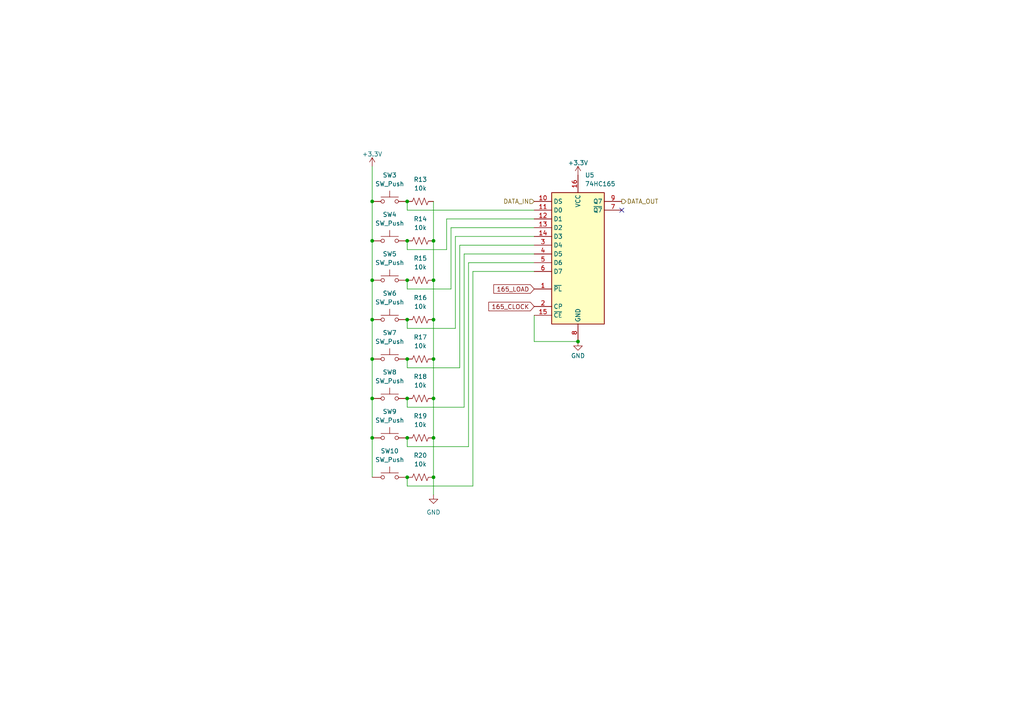
<source format=kicad_sch>
(kicad_sch (version 20230121) (generator eeschema)
  (paper "A4")
  (lib_symbols
    (symbol "74xx:74HC165"
      (property "Reference" "U" (at -7.62 19.05 0))
      (property "Value" "74HC165" (at -7.62 -21.59 0))
      (symbol "74HC165_1_0"
        (pin input line (at -12.7 -10.16 0) (length 5.08) (name "~{PL}") (number "1"))
        (pin input line (at -12.7 15.24 0) (length 5.08) (name "DS") (number "10"))
        (pin input line (at -12.7 12.7 0) (length 5.08) (name "D0") (number "11"))
        (pin input line (at -12.7 10.16 0) (length 5.08) (name "D1") (number "12"))
        (pin input line (at -12.7 7.62 0) (length 5.08) (name "D2") (number "13"))
        (pin input line (at -12.7 5.08 0) (length 5.08) (name "D3") (number "14"))
        (pin input line (at -12.7 -17.78 0) (length 5.08) (name "~{CE}") (number "15"))
        (pin power_in line (at 0 22.86 270) (length 5.08) (name "VCC") (number "16"))
        (pin input line (at -12.7 -15.24 0) (length 5.08) (name "CP") (number "2"))
        (pin input line (at -12.7 2.54 0) (length 5.08) (name "D4") (number "3"))
        (pin input line (at -12.7 0 0) (length 5.08) (name "D5") (number "4"))
        (pin input line (at -12.7 -2.54 0) (length 5.08) (name "D6") (number "5"))
        (pin input line (at -12.7 -5.08 0) (length 5.08) (name "D7") (number "6"))
        (pin output line (at 12.7 12.7 180) (length 5.08) (name "~{Q7}") (number "7"))
        (pin power_in line (at 0 -25.4 90) (length 5.08) (name "GND") (number "8"))
        (pin output line (at 12.7 15.24 180) (length 5.08) (name "Q7") (number "9"))
      )
      (symbol "74HC165_1_1"
        (rectangle (start -7.62 17.78) (end 7.62 -20.32) (stroke (width 0.254)) (fill (type background)))
      )
    )
    (symbol "Device:R_US" (pin_numbers hide) (pin_names (offset 0))
      (property "Reference" "R" (at 2.54 0 90))
      (property "Value" "R_US" (at -2.54 0 90))
      (symbol "R_US_0_1"
        (polyline (pts (xy 0 -2.286) (xy 0 -2.54)))
        (polyline (pts (xy 0 2.286) (xy 0 2.54)))
        (polyline (pts (xy 0 -0.762) (xy 1.016 -1.143) (xy 0 -1.524) (xy -1.016 -1.905) (xy 0 -2.286)))
        (polyline (pts (xy 0 0.762) (xy 1.016 0.381) (xy 0 0) (xy -1.016 -0.381) (xy 0 -0.762)))
        (polyline (pts (xy 0 2.286) (xy 1.016 1.905) (xy 0 1.524) (xy -1.016 1.143) (xy 0 0.762)))
      )
      (symbol "R_US_1_1"
        (pin passive line (at 0 3.81 270) (length 1.27) (name "~") (number "1"))
        (pin passive line (at 0 -3.81 90) (length 1.27) (name "~") (number "2"))
      )
    )
    (symbol "Switch:SW_Push" (pin_numbers hide) (pin_names (offset 1.016) hide)
      (property "Reference" "SW" (at 1.27 2.54 0))
      (property "Value" "SW_Push" (at 0 -1.524 0))
      (symbol "SW_Push_0_1"
        (circle (center -2.032 0) (radius 0.508))
        (polyline (pts (xy 0 1.27) (xy 0 3.048)))
        (polyline (pts (xy 2.54 1.27) (xy -2.54 1.27)))
        (circle (center 2.032 0) (radius 0.508))
        (pin passive line (at -5.08 0 0) (length 2.54) (name "1") (number "1"))
        (pin passive line (at 5.08 0 180) (length 2.54) (name "2") (number "2"))
      )
    )
    (symbol "power:+3.3V" (power) (pin_names (offset 0))
      (property "Value" "+3.3V" (at 0 3.556 0))
      (symbol "+3.3V_0_1"
        (polyline (pts (xy -0.762 1.27) (xy 0 2.54)))
        (polyline (pts (xy 0 0) (xy 0 2.54)))
        (polyline (pts (xy 0 2.54) (xy 0.762 1.27)))
      )
      (symbol "+3.3V_1_1"
        (pin power_in line (at 0 0 90) (length 0) hide (name "+3.3V") (number "1"))
      )
    )
    (symbol "power:GND" (power) (pin_names (offset 0))
      (property "Value" "GND" (at 0 -3.81 0))
      (symbol "GND_0_1"
        (polyline (pts (xy 0 0) (xy 0 -1.27) (xy 1.27 -1.27) (xy 0 -2.54) (xy -1.27 -1.27) (xy 0 -1.27)))
      )
      (symbol "GND_1_1"
        (pin power_in line (at 0 0 270) (length 0) hide (name "GND") (number "1"))
      )
    )
  )
  (junction (at 118.11 138.43))
  (junction (at 118.11 69.85))
  (junction (at 118.11 127))
  (junction (at 107.95 69.85))
  (junction (at 125.73 69.85))
  (junction (at 107.95 81.28))
  (junction (at 118.11 92.71))
  (junction (at 107.95 104.14))
  (junction (at 125.73 104.14))
  (junction (at 167.64 99.06))
  (junction (at 118.11 104.14))
  (junction (at 125.73 81.28))
  (junction (at 125.73 92.71))
  (junction (at 107.95 115.57))
  (junction (at 118.11 58.42))
  (junction (at 125.73 138.43))
  (junction (at 107.95 127))
  (junction (at 107.95 58.42))
  (junction (at 118.11 115.57))
  (junction (at 107.95 92.71))
  (junction (at 118.11 81.28))
  (junction (at 125.73 127))
  (junction (at 125.73 115.57))
  (no_connect (at 180.34 60.96))
  (wire (pts (xy 135.89 129.54) (xy 135.89 76.2)))
  (wire (pts (xy 133.35 71.12) (xy 154.94 71.12)))
  (wire (pts (xy 125.73 138.43) (xy 125.73 143.51)))
  (wire (pts (xy 125.73 127) (xy 125.73 138.43)))
  (wire (pts (xy 118.11 129.54) (xy 135.89 129.54)))
  (wire (pts (xy 107.95 104.14) (xy 107.95 115.57)))
  (wire (pts (xy 125.73 58.42) (xy 125.73 69.85)))
  (wire (pts (xy 118.11 115.57) (xy 118.11 118.11)))
  (wire (pts (xy 137.16 78.74) (xy 154.94 78.74)))
  (wire (pts (xy 125.73 69.85) (xy 125.73 81.28)))
  (wire (pts (xy 129.54 72.39) (xy 129.54 63.5)))
  (wire (pts (xy 125.73 104.14) (xy 125.73 115.57)))
  (wire (pts (xy 133.35 106.68) (xy 133.35 71.12)))
  (wire (pts (xy 154.94 91.44) (xy 154.94 99.06)))
  (wire (pts (xy 132.08 95.25) (xy 132.08 68.58)))
  (wire (pts (xy 130.81 66.04) (xy 130.81 83.82)))
  (wire (pts (xy 134.62 118.11) (xy 134.62 73.66)))
  (wire (pts (xy 107.95 115.57) (xy 107.95 127)))
  (wire (pts (xy 118.11 106.68) (xy 133.35 106.68)))
  (wire (pts (xy 137.16 140.97) (xy 137.16 78.74)))
  (wire (pts (xy 125.73 92.71) (xy 125.73 104.14)))
  (wire (pts (xy 118.11 127) (xy 118.11 129.54)))
  (wire (pts (xy 118.11 60.96) (xy 154.94 60.96)))
  (wire (pts (xy 107.95 48.26) (xy 107.95 58.42)))
  (wire (pts (xy 154.94 66.04) (xy 130.81 66.04)))
  (wire (pts (xy 132.08 68.58) (xy 154.94 68.58)))
  (wire (pts (xy 118.11 104.14) (xy 118.11 106.68)))
  (wire (pts (xy 118.11 72.39) (xy 129.54 72.39)))
  (wire (pts (xy 118.11 69.85) (xy 118.11 72.39)))
  (wire (pts (xy 118.11 95.25) (xy 132.08 95.25)))
  (wire (pts (xy 107.95 69.85) (xy 107.95 81.28)))
  (wire (pts (xy 107.95 58.42) (xy 107.95 69.85)))
  (wire (pts (xy 125.73 115.57) (xy 125.73 127)))
  (wire (pts (xy 118.11 92.71) (xy 118.11 95.25)))
  (wire (pts (xy 134.62 73.66) (xy 154.94 73.66)))
  (wire (pts (xy 107.95 92.71) (xy 107.95 104.14)))
  (wire (pts (xy 118.11 118.11) (xy 134.62 118.11)))
  (wire (pts (xy 118.11 58.42) (xy 118.11 60.96)))
  (wire (pts (xy 107.95 81.28) (xy 107.95 92.71)))
  (wire (pts (xy 130.81 83.82) (xy 118.11 83.82)))
  (wire (pts (xy 135.89 76.2) (xy 154.94 76.2)))
  (wire (pts (xy 118.11 140.97) (xy 137.16 140.97)))
  (wire (pts (xy 118.11 138.43) (xy 118.11 140.97)))
  (wire (pts (xy 107.95 127) (xy 107.95 138.43)))
  (wire (pts (xy 125.73 81.28) (xy 125.73 92.71)))
  (wire (pts (xy 118.11 83.82) (xy 118.11 81.28)))
  (wire (pts (xy 129.54 63.5) (xy 154.94 63.5)))
  (wire (pts (xy 154.94 99.06) (xy 167.64 99.06)))
  (global_label "165_CLOCK" (shape input) (at 154.94 88.9 180) (property "Intersheetrefs" "${INTERSHEET_REFS}" (effects hide)))
  (global_label "165_LOAD" (shape input) (at 154.94 83.82 180) (property "Intersheetrefs" "${INTERSHEET_REFS}" (effects hide)))
  (hierarchical_label "DATA_IN" (shape input) (at 154.94 58.42 180))
  (hierarchical_label "DATA_OUT" (shape output) (at 180.34 58.42 0))
  (symbol (lib_id "Switch:SW_Push") (at 113.03 115.57 0) (unit 1)
    (property "Reference" "SW8" (at 113.03 107.95 0))
    (property "Value" "SW_Push" (at 113.03 110.49 0))
    (property "Footprint" "Button_Switch_THT:SW_PUSH_6mm" (effects hide))
    (instances (project "dk2_01" (path "" (reference "SW8") (unit 1)) (path "" (reference "SW16") (unit 1))))
  )
  (symbol (lib_id "74xx:74HC165") (at 167.64 73.66 0) (unit 1)
    (property "Reference" "U5" (at 169.6594 50.8 0) (effects (justify left)))
    (property "Value" "74HC165" (at 169.6594 53.34 0) (effects (justify left)))
    (property "Footprint" "Package_SO:SOIC-16_3.9x9.9mm_P1.27mm" (effects hide))
    (property "Datasheet" "https://assets.nexperia.com/documents/data-sheet/74HC_HCT165.pdf" (effects hide))
    (instances (project "dk2_01" (path "" (reference "U5") (unit 1)) (path "" (reference "U6") (unit 1))))
  )
  (symbol (lib_id "Device:R_US") (at 121.92 92.71 90) (unit 1)
    (property "Reference" "R16" (at 121.92 86.36 90))
    (property "Value" "10k" (at 121.92 88.9 90))
    (property "Footprint" "Resistor_SMD:R_0603_1608Metric" (effects hide))
    (instances (project "dk2_01" (path "" (reference "R16") (unit 1)) (path "" (reference "R24") (unit 1))))
  )
  (symbol (lib_id "Switch:SW_Push") (at 113.03 81.28 0) (unit 1)
    (property "Reference" "SW5" (at 113.03 73.66 0))
    (property "Value" "SW_Push" (at 113.03 76.2 0))
    (property "Footprint" "Button_Switch_THT:SW_PUSH_6mm" (effects hide))
    (instances (project "dk2_01" (path "" (reference "SW5") (unit 1)) (path "" (reference "SW13") (unit 1))))
  )
  (symbol (lib_id "Device:R_US") (at 121.92 69.85 90) (unit 1)
    (property "Reference" "R14" (at 121.92 63.5 90))
    (property "Value" "10k" (at 121.92 66.04 90))
    (property "Footprint" "Resistor_SMD:R_0603_1608Metric" (effects hide))
    (instances (project "dk2_01" (path "" (reference "R14") (unit 1)) (path "" (reference "R22") (unit 1))))
  )
  (symbol (lib_id "Switch:SW_Push") (at 113.03 92.71 0) (unit 1)
    (property "Reference" "SW6" (at 113.03 85.09 0))
    (property "Value" "SW_Push" (at 113.03 87.63 0))
    (property "Footprint" "Button_Switch_THT:SW_PUSH_6mm" (effects hide))
    (instances (project "dk2_01" (path "" (reference "SW6") (unit 1)) (path "" (reference "SW14") (unit 1))))
  )
  (symbol (lib_id "Device:R_US") (at 121.92 58.42 90) (unit 1)
    (property "Reference" "R13" (at 121.92 52.07 90))
    (property "Value" "10k" (at 121.92 54.61 90))
    (property "Footprint" "Resistor_SMD:R_0603_1608Metric" (effects hide))
    (instances (project "dk2_01" (path "" (reference "R13") (unit 1)) (path "" (reference "R21") (unit 1))))
  )
  (symbol (lib_id "Switch:SW_Push") (at 113.03 69.85 0) (unit 1)
    (property "Reference" "SW4" (at 113.03 62.23 0))
    (property "Value" "SW_Push" (at 113.03 64.77 0))
    (property "Footprint" "Button_Switch_THT:SW_PUSH_6mm" (effects hide))
    (instances (project "dk2_01" (path "" (reference "SW4") (unit 1)) (path "" (reference "SW12") (unit 1))))
  )
  (symbol (lib_id "power:+3.3V") (at 107.95 48.26 0) (unit 1)
    (property "Reference" "#PWR015" (effects hide))
    (property "Value" "+3.3V" (at 107.95 44.704 0))
    (instances (project "dk2_01" (path "" (reference "#PWR015") (unit 1)) (path "" (reference "#PWR019") (unit 1))))
  )
  (symbol (lib_id "Device:R_US") (at 121.92 81.28 90) (unit 1)
    (property "Reference" "R15" (at 121.92 74.93 90))
    (property "Value" "10k" (at 121.92 77.47 90))
    (property "Footprint" "Resistor_SMD:R_0603_1608Metric" (effects hide))
    (instances (project "dk2_01" (path "" (reference "R15") (unit 1)) (path "" (reference "R23") (unit 1))))
  )
  (symbol (lib_id "power:GND") (at 125.73 143.51 0) (unit 1)
    (property "Reference" "#PWR016" (effects hide))
    (property "Value" "GND" (at 125.73 148.59 0))
    (instances (project "dk2_01" (path "" (reference "#PWR016") (unit 1)) (path "" (reference "#PWR020") (unit 1))))
  )
  (symbol (lib_id "Switch:SW_Push") (at 113.03 104.14 0) (unit 1)
    (property "Reference" "SW7" (at 113.03 96.52 0))
    (property "Value" "SW_Push" (at 113.03 99.06 0))
    (property "Footprint" "Button_Switch_THT:SW_PUSH_6mm" (effects hide))
    (instances (project "dk2_01" (path "" (reference "SW7") (unit 1)) (path "" (reference "SW15") (unit 1))))
  )
  (symbol (lib_id "Switch:SW_Push") (at 113.03 138.43 0) (unit 1)
    (property "Reference" "SW10" (at 113.03 130.81 0))
    (property "Value" "SW_Push" (at 113.03 133.35 0))
    (property "Footprint" "Button_Switch_THT:SW_PUSH_6mm" (effects hide))
    (instances (project "dk2_01" (path "" (reference "SW10") (unit 1)) (path "" (reference "SW18") (unit 1))))
  )
  (symbol (lib_id "Device:R_US") (at 121.92 127 90) (unit 1)
    (property "Reference" "R19" (at 121.92 120.65 90))
    (property "Value" "10k" (at 121.92 123.19 90))
    (property "Footprint" "Resistor_SMD:R_0603_1608Metric" (effects hide))
    (instances (project "dk2_01" (path "" (reference "R19") (unit 1)) (path "" (reference "R27") (unit 1))))
  )
  (symbol (lib_id "power:+3.3V") (at 167.64 50.8 0) (unit 1)
    (property "Reference" "#PWR?" (effects hide))
    (property "Value" "+3.3V" (at 167.64 47.244 0))
    (instances (project "dk2_01" (path "" (reference "#PWR?") (unit 1)) (path "" (reference "#PWR017") (unit 1)) (path "" (reference "#PWR021") (unit 1))))
  )
  (symbol (lib_id "Switch:SW_Push") (at 113.03 127 0) (unit 1)
    (property "Reference" "SW9" (at 113.03 119.38 0))
    (property "Value" "SW_Push" (at 113.03 121.92 0))
    (property "Footprint" "Button_Switch_THT:SW_PUSH_6mm" (effects hide))
    (instances (project "dk2_01" (path "" (reference "SW9") (unit 1)) (path "" (reference "SW17") (unit 1))))
  )
  (symbol (lib_id "Device:R_US") (at 121.92 115.57 90) (unit 1)
    (property "Reference" "R18" (at 121.92 109.22 90))
    (property "Value" "10k" (at 121.92 111.76 90))
    (property "Footprint" "Resistor_SMD:R_0603_1608Metric" (effects hide))
    (instances (project "dk2_01" (path "" (reference "R18") (unit 1)) (path "" (reference "R26") (unit 1))))
  )
  (symbol (lib_id "power:GND") (at 167.64 99.06 0) (unit 1)
    (property "Reference" "#PWR018" (effects hide))
    (property "Value" "GND" (at 167.64 103.1955 0))
    (instances (project "dk2_01" (path "" (reference "#PWR018") (unit 1)) (path "" (reference "#PWR022") (unit 1))))
  )
  (symbol (lib_id "Device:R_US") (at 121.92 138.43 90) (unit 1)
    (property "Reference" "R20" (at 121.92 132.08 90))
    (property "Value" "10k" (at 121.92 134.62 90))
    (property "Footprint" "Resistor_SMD:R_0603_1608Metric" (effects hide))
    (instances (project "dk2_01" (path "" (reference "R20") (unit 1)) (path "" (reference "R28") (unit 1))))
  )
  (symbol (lib_id "Device:R_US") (at 121.92 104.14 90) (unit 1)
    (property "Reference" "R17" (at 121.92 97.79 90))
    (property "Value" "10k" (at 121.92 100.33 90))
    (property "Footprint" "Resistor_SMD:R_0603_1608Metric" (effects hide))
    (instances (project "dk2_01" (path "" (reference "R17") (unit 1)) (path "" (reference "R25") (unit 1))))
  )
  (symbol (lib_id "Switch:SW_Push") (at 113.03 58.42 0) (unit 1)
    (property "Reference" "SW3" (at 113.03 50.8 0))
    (property "Value" "SW_Push" (at 113.03 53.34 0))
    (property "Footprint" "Button_Switch_THT:SW_PUSH_6mm" (effects hide))
    (instances (project "dk2_01" (path "" (reference "SW3") (unit 1)) (path "" (reference "SW11") (unit 1))))
  )
)
</source>
